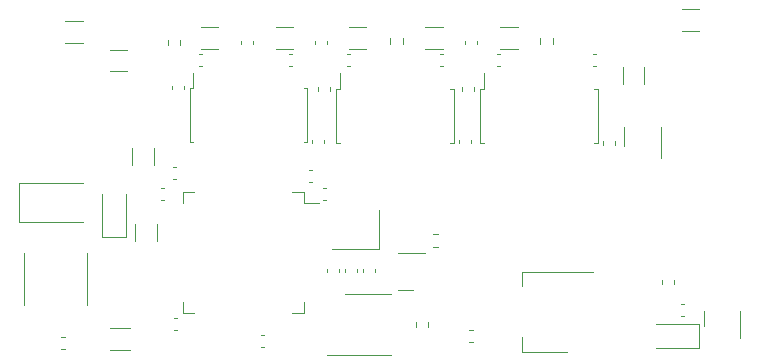
<source format=gbr>
%TF.GenerationSoftware,KiCad,Pcbnew,6.0.11+dfsg-1~bpo11+1*%
%TF.CreationDate,2023-06-12T22:03:45+02:00*%
%TF.ProjectId,motor_board_v3,6d6f746f-725f-4626-9f61-72645f76332e,rev?*%
%TF.SameCoordinates,PX87037a0PY50412a8*%
%TF.FileFunction,Legend,Bot*%
%TF.FilePolarity,Positive*%
%FSLAX46Y46*%
G04 Gerber Fmt 4.6, Leading zero omitted, Abs format (unit mm)*
G04 Created by KiCad (PCBNEW 6.0.11+dfsg-1~bpo11+1) date 2023-06-12 22:03:45*
%MOMM*%
%LPD*%
G01*
G04 APERTURE LIST*
%ADD10C,0.120000*%
G04 APERTURE END LIST*
D10*
%TO.C,C6*%
X-5828420Y-28196000D02*
X-6109580Y-28196000D01*
X-5828420Y-27176000D02*
X-6109580Y-27176000D01*
%TO.C,C4*%
X46622580Y-25402000D02*
X46341420Y-25402000D01*
X46622580Y-24382000D02*
X46341420Y-24382000D01*
%TO.C,Y1*%
X20796000Y-16384000D02*
X20796000Y-19684000D01*
X20796000Y-19684000D02*
X16796000Y-19684000D01*
%TO.C,U5*%
X29638000Y-6120000D02*
X29638000Y-4830000D01*
X39283000Y-10740000D02*
X39008000Y-10740000D01*
X29363000Y-8430000D02*
X29363000Y-10740000D01*
X39283000Y-6120000D02*
X39008000Y-6120000D01*
X29363000Y-10740000D02*
X29638000Y-10740000D01*
X29363000Y-6120000D02*
X29638000Y-6120000D01*
X39283000Y-8430000D02*
X39283000Y-6120000D01*
X39283000Y-8430000D02*
X39283000Y-10740000D01*
X29363000Y-8430000D02*
X29363000Y-6120000D01*
%TO.C,U4*%
X17446000Y-6120000D02*
X17446000Y-4830000D01*
X27091000Y-10740000D02*
X26816000Y-10740000D01*
X17171000Y-8430000D02*
X17171000Y-10740000D01*
X27091000Y-6120000D02*
X26816000Y-6120000D01*
X17171000Y-10740000D02*
X17446000Y-10740000D01*
X17171000Y-6120000D02*
X17446000Y-6120000D01*
X27091000Y-8430000D02*
X27091000Y-6120000D01*
X27091000Y-8430000D02*
X27091000Y-10740000D01*
X17171000Y-8430000D02*
X17171000Y-6120000D01*
%TO.C,U3*%
X4790500Y-8371500D02*
X4790500Y-6061500D01*
X14710500Y-8371500D02*
X14710500Y-10681500D01*
X14710500Y-8371500D02*
X14710500Y-6061500D01*
X4790500Y-6061500D02*
X5065500Y-6061500D01*
X4790500Y-10681500D02*
X5065500Y-10681500D01*
X14710500Y-6061500D02*
X14435500Y-6061500D01*
X4790500Y-8371500D02*
X4790500Y-10681500D01*
X14710500Y-10681500D02*
X14435500Y-10681500D01*
X5065500Y-6061500D02*
X5065500Y-4771500D01*
%TO.C,C25*%
X3716580Y-25573000D02*
X3435420Y-25573000D01*
X3716580Y-26593000D02*
X3435420Y-26593000D01*
%TO.C,C10*%
X13165920Y-3221000D02*
X13447080Y-3221000D01*
X13165920Y-4241000D02*
X13447080Y-4241000D01*
%TO.C,U1*%
X14401000Y-14877000D02*
X14401000Y-15827000D01*
X14401000Y-15827000D02*
X15741000Y-15827000D01*
X4181000Y-14877000D02*
X4181000Y-15827000D01*
X5131000Y-25097000D02*
X4181000Y-25097000D01*
X14401000Y-25097000D02*
X14401000Y-24147000D01*
X5131000Y-14877000D02*
X4181000Y-14877000D01*
X13451000Y-25097000D02*
X14401000Y-25097000D01*
X4181000Y-25097000D02*
X4181000Y-24147000D01*
X13451000Y-14877000D02*
X14401000Y-14877000D01*
%TO.C,C23*%
X14865420Y-14020000D02*
X15146580Y-14020000D01*
X14865420Y-13000000D02*
X15146580Y-13000000D01*
%TO.C,R6*%
X1959000Y-19063064D02*
X1959000Y-17608936D01*
X139000Y-19063064D02*
X139000Y-17608936D01*
%TO.C,FB2*%
X45755000Y-22689779D02*
X45755000Y-22364221D01*
X44735000Y-22689779D02*
X44735000Y-22364221D01*
%TO.C,C26*%
X16008420Y-14524000D02*
X16289580Y-14524000D01*
X16008420Y-15544000D02*
X16289580Y-15544000D01*
%TO.C,R7*%
X46422936Y-1212000D02*
X47877064Y-1212000D01*
X46422936Y608000D02*
X47877064Y608000D01*
%TO.C,R8*%
X-115000Y-12586064D02*
X-115000Y-11131936D01*
X1705000Y-12586064D02*
X1705000Y-11131936D01*
%TO.C,C1*%
X19449000Y-21370420D02*
X19449000Y-21651580D01*
X20469000Y-21370420D02*
X20469000Y-21651580D01*
%TO.C,C14*%
X16418000Y-2347580D02*
X16418000Y-2066420D01*
X15398000Y-2347580D02*
X15398000Y-2066420D01*
%TO.C,D5*%
X-9717000Y-17446000D02*
X-9717000Y-14146000D01*
X-9717000Y-14146000D02*
X-4317000Y-14146000D01*
X-9717000Y-17446000D02*
X-4317000Y-17446000D01*
%TO.C,C9*%
X5827080Y-3221000D02*
X5545920Y-3221000D01*
X5827080Y-4241000D02*
X5545920Y-4241000D01*
%TO.C,U2*%
X19832000Y-28643000D02*
X21782000Y-28643000D01*
X19832000Y-23523000D02*
X21782000Y-23523000D01*
X19832000Y-28643000D02*
X16382000Y-28643000D01*
X19832000Y-23523000D02*
X17882000Y-23523000D01*
%TO.C,R15*%
X34435500Y-1842742D02*
X34435500Y-2317258D01*
X35480500Y-1842742D02*
X35480500Y-2317258D01*
%TO.C,R10*%
X12071436Y-2736000D02*
X13525564Y-2736000D01*
X12071436Y-916000D02*
X13525564Y-916000D01*
%TO.C,C33*%
X28715580Y-27561000D02*
X28434420Y-27561000D01*
X28715580Y-26541000D02*
X28434420Y-26541000D01*
%TO.C,R14*%
X19683064Y-916000D02*
X18228936Y-916000D01*
X19683064Y-2736000D02*
X18228936Y-2736000D01*
%TO.C,C11*%
X3602580Y-12746000D02*
X3321420Y-12746000D01*
X3602580Y-13766000D02*
X3321420Y-13766000D01*
%TO.C,C22*%
X38881420Y-3221000D02*
X39162580Y-3221000D01*
X38881420Y-4241000D02*
X39162580Y-4241000D01*
%TO.C,C15*%
X18334580Y-3221000D02*
X18053420Y-3221000D01*
X18334580Y-4241000D02*
X18053420Y-4241000D01*
%TO.C,C7*%
X3271500Y-5876420D02*
X3271500Y-6157580D01*
X4291500Y-5876420D02*
X4291500Y-6157580D01*
%TO.C,C18*%
X15144000Y-10729580D02*
X15144000Y-10448420D01*
X16164000Y-10729580D02*
X16164000Y-10448420D01*
%TO.C,R16*%
X43234000Y-4273936D02*
X43234000Y-5728064D01*
X41414000Y-4273936D02*
X41414000Y-5728064D01*
%TO.C,C24*%
X27590000Y-10729580D02*
X27590000Y-10448420D01*
X28610000Y-10729580D02*
X28610000Y-10448420D01*
%TO.C,C27*%
X11082580Y-27990000D02*
X10801420Y-27990000D01*
X11082580Y-26970000D02*
X10801420Y-26970000D01*
%TO.C,C21*%
X31034580Y-3221000D02*
X30753420Y-3221000D01*
X31034580Y-4241000D02*
X30753420Y-4241000D01*
%TO.C,FB1*%
X-1978242Y-28215000D02*
X-307758Y-28215000D01*
X-1978242Y-26395000D02*
X-307758Y-26395000D01*
%TO.C,D6*%
X-628530Y-18711000D02*
X-2648530Y-18711000D01*
X-2648530Y-18711000D02*
X-2648530Y-15031000D01*
X-628530Y-18711000D02*
X-628530Y-15031000D01*
%TO.C,R18*%
X25797258Y-18448500D02*
X25322742Y-18448500D01*
X25797258Y-19493500D02*
X25322742Y-19493500D01*
%TO.C,R9*%
X2878000Y-2444258D02*
X2878000Y-1969742D01*
X3923000Y-2444258D02*
X3923000Y-1969742D01*
%TO.C,D7*%
X47906000Y-26041000D02*
X47906000Y-28061000D01*
X47906000Y-26041000D02*
X44226000Y-26041000D01*
X47906000Y-28061000D02*
X44226000Y-28061000D01*
%TO.C,C16*%
X25927420Y-4241000D02*
X26208580Y-4241000D01*
X25927420Y-3221000D02*
X26208580Y-3221000D01*
%TO.C,C20*%
X28098000Y-2347580D02*
X28098000Y-2066420D01*
X29118000Y-2347580D02*
X29118000Y-2066420D01*
%TO.C,U8*%
X44646000Y-10208000D02*
X44646000Y-9408000D01*
X41526000Y-10208000D02*
X41526000Y-9408000D01*
X41526000Y-10208000D02*
X41526000Y-11008000D01*
X44646000Y-10208000D02*
X44646000Y-12008000D01*
%TO.C,R4*%
X-575436Y-2821000D02*
X-2029564Y-2821000D01*
X-575436Y-4641000D02*
X-2029564Y-4641000D01*
%TO.C,D9*%
X23007000Y-20078000D02*
X24682000Y-20078000D01*
X23007000Y-23198000D02*
X22357000Y-23198000D01*
X23007000Y-20078000D02*
X22357000Y-20078000D01*
X23007000Y-23198000D02*
X23657000Y-23198000D01*
%TO.C,C17*%
X17421000Y-21651580D02*
X17421000Y-21370420D01*
X16401000Y-21651580D02*
X16401000Y-21370420D01*
%TO.C,C2*%
X18945000Y-21370420D02*
X18945000Y-21651580D01*
X17925000Y-21370420D02*
X17925000Y-21651580D01*
%TO.C,R1*%
X-4319936Y-2228000D02*
X-5774064Y-2228000D01*
X-4319936Y-408000D02*
X-5774064Y-408000D01*
%TO.C,C28*%
X2573580Y-14524000D02*
X2292420Y-14524000D01*
X2573580Y-15544000D02*
X2292420Y-15544000D01*
%TO.C,U6*%
X38931000Y-21609000D02*
X32921000Y-21609000D01*
X32921000Y-28429000D02*
X32921000Y-27169000D01*
X32921000Y-21609000D02*
X32921000Y-22869000D01*
X36681000Y-28429000D02*
X32921000Y-28429000D01*
%TO.C,R13*%
X24705936Y-2736000D02*
X26160064Y-2736000D01*
X24705936Y-916000D02*
X26160064Y-916000D01*
%TO.C,C12*%
X40802000Y-10856580D02*
X40802000Y-10575420D01*
X39782000Y-10856580D02*
X39782000Y-10575420D01*
%TO.C,C8*%
X10133500Y-2066420D02*
X10133500Y-2347580D01*
X9113500Y-2066420D02*
X9113500Y-2347580D01*
%TO.C,R12*%
X22780500Y-1842742D02*
X22780500Y-2317258D01*
X21735500Y-1842742D02*
X21735500Y-2317258D01*
%TO.C,C19*%
X28864000Y-6003420D02*
X28864000Y-6284580D01*
X27844000Y-6003420D02*
X27844000Y-6284580D01*
%TO.C,R17*%
X32510064Y-916000D02*
X31055936Y-916000D01*
X32510064Y-2736000D02*
X31055936Y-2736000D01*
%TO.C,C13*%
X16672000Y-6003420D02*
X16672000Y-6284580D01*
X15652000Y-6003420D02*
X15652000Y-6284580D01*
%TO.C,R5*%
X23881500Y-26320258D02*
X23881500Y-25845742D01*
X24926500Y-26320258D02*
X24926500Y-25845742D01*
%TO.C,R11*%
X7175564Y-2736000D02*
X5721436Y-2736000D01*
X7175564Y-916000D02*
X5721436Y-916000D01*
%TO.C,Q1*%
X48257000Y-25575000D02*
X48257000Y-26225000D01*
X51377000Y-25575000D02*
X51377000Y-24925000D01*
X48257000Y-25575000D02*
X48257000Y-24925000D01*
X51377000Y-25575000D02*
X51377000Y-27250000D01*
%TO.C,F1*%
X-3901000Y-24476752D02*
X-3901000Y-20069248D01*
X-9241000Y-24476752D02*
X-9241000Y-20069248D01*
%TD*%
M02*

</source>
